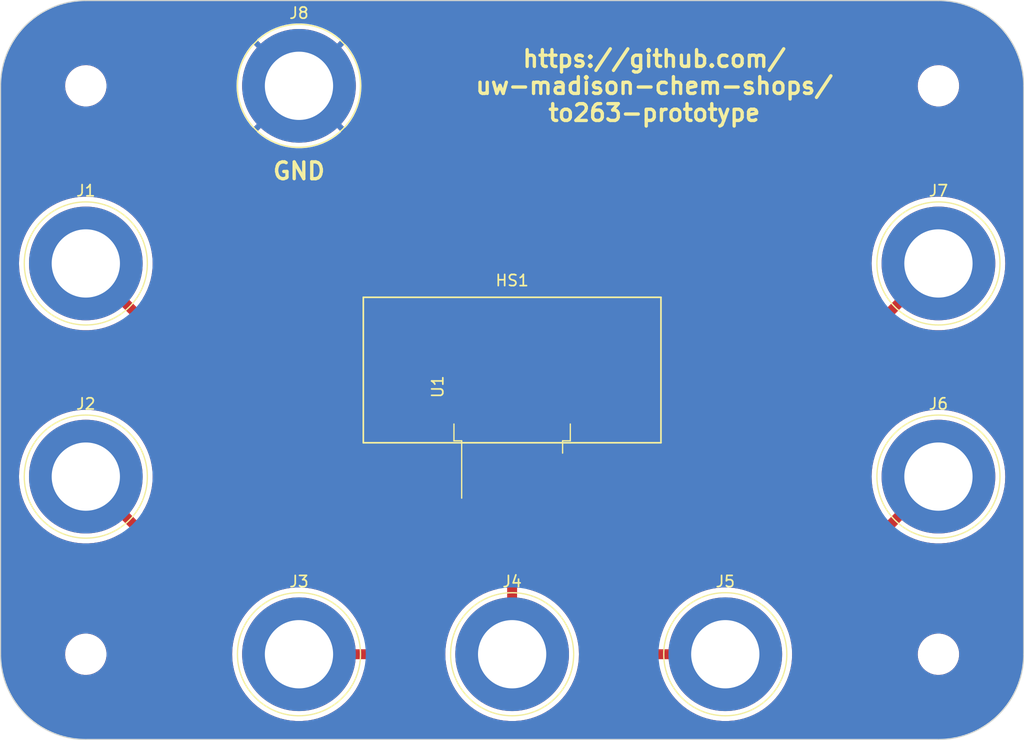
<source format=kicad_pcb>
(kicad_pcb (version 20221018) (generator pcbnew)
  (layers (0 "F.Cu" signal) (31 "B.Cu" signal) (34 "B.Paste" user) (35 "F.Paste" user) (36 "B.SilkS" user "B.Silkscreen") (37 "F.SilkS" user "F.Silkscreen") (38 "B.Mask" user) (39 "F.Mask" user) (44 "Edge.Cuts" user))
  (net 0 "")
  (net 1 "Net-(J1-Pin_1)")
  (net 2 "Net-(J2-Pin_1)")
  (net 3 "Net-(J3-Pin_1)")
  (net 4 "Net-(J4-Pin_1)")
  (net 5 "Net-(J5-Pin_1)")
  (net 6 "Net-(J6-Pin_1)")
  (net 7 "Net-(J7-Pin_1)")
  (net 8 "GND")
  (footprint "MountingHole:MountingHole_3.2mm_M3" (layer "F.Cu") (at 127 101.6)
    (fp_text reference "REF**" hide)
    (fp_text value "MountingHole_3.2mm_M3" hide)
    (pad "" np_thru_hole circle locked (at 0 0) (size 3.2 3.2) (drill 3.2) (layers "F&B.Cu" "*.Mask"))
  )
  (footprint "Connector:Banana_Jack_1Pin" (layer "F.Cu") (at 69.85 50.8)
    (fp_text reference "J8" (at 0 -6.5) (layer "F.SilkS"))
    (fp_text value "Conn_01x01")
    (fp_circle (center 0 0) (end 5.5 0) (stroke (width 0.12)) (fill none) (layer "F.SilkS"))
    (pad "1" thru_hole circle (at 0 0) (size 10.16 10.16) (drill 6.1) (layers "*.Cu" "*.Mask") (net 8 "GND"))
  )
  (footprint "MountingHole:MountingHole_3.2mm_M3" (layer "F.Cu") (at 50.8 101.6)
    (fp_text reference "REF**" hide)
    (fp_text value "MountingHole_3.2mm_M3" hide)
    (pad "" np_thru_hole circle locked (at 0 0) (size 3.2 3.2) (drill 3.2) (layers "F&B.Cu" "*.Mask"))
  )
  (footprint "MountingHole:MountingHole_3.2mm_M3" (layer "F.Cu") (at 50.8 50.8)
    (fp_text reference "REF**" hide)
    (fp_text value "MountingHole_3.2mm_M3" hide)
    (pad "" np_thru_hole circle locked (at 0 0) (size 3.2 3.2) (drill 3.2) (layers "*.Cu" "*.Mask"))
  )
  (footprint "Connector:Banana_Jack_1Pin" (layer "F.Cu") (at 88.9 101.6)
    (fp_text reference "J4" (at 0 -6.5) (layer "F.SilkS"))
    (fp_text value "Conn_01x01")
    (fp_circle (center 0 0) (end 5.5 0) (stroke (width 0.12)) (fill none) (layer "F.SilkS"))
    (pad "1" thru_hole circle (at 0 0) (size 10.16 10.16) (drill 6.1) (layers "*.Cu" "*.Mask") (net 4 "Net-(J4-Pin_1)"))
  )
  (footprint "Connector:Banana_Jack_1Pin" (layer "F.Cu") (at 50.8 66.675)
    (fp_text reference "J1" (at 0 -6.5) (layer "F.SilkS"))
    (fp_text value "Conn_01x01")
    (fp_circle (center 0 0) (end 5.5 0) (stroke (width 0.12)) (fill none) (layer "F.SilkS"))
    (pad "1" thru_hole circle (at 0 0) (size 10.16 10.16) (drill 6.1) (layers "*.Cu" "*.Mask") (net 1 "Net-(J1-Pin_1)"))
  )
  (footprint "Connector:Banana_Jack_1Pin" (layer "F.Cu") (at 69.85 101.6)
    (fp_text reference "J3" (at 0 -6.5) (layer "F.SilkS"))
    (fp_text value "Conn_01x01")
    (fp_circle (center 0 0) (end 5.5 0) (stroke (width 0.12)) (fill none) (layer "F.SilkS"))
    (pad "1" thru_hole circle (at 0 0) (size 10.16 10.16) (drill 6.1) (layers "*.Cu" "*.Mask") (net 3 "Net-(J3-Pin_1)"))
  )
  (footprint "Connector:Banana_Jack_1Pin" (layer "F.Cu") (at 127 85.725)
    (fp_text reference "J6" (at 0 -6.5) (layer "F.SilkS"))
    (fp_text value "Conn_01x01")
    (fp_circle (center 0 0) (end 5.5 0) (stroke (width 0.12)) (fill none) (layer "F.SilkS"))
    (pad "1" thru_hole circle (at 0 0) (size 10.16 10.16) (drill 6.1) (layers "*.Cu" "*.Mask") (net 6 "Net-(J6-Pin_1)"))
  )
  (footprint "Connector:Banana_Jack_1Pin" (layer "F.Cu") (at 107.95 101.6)
    (fp_text reference "J5" (at 0 -6.5) (layer "F.SilkS"))
    (fp_text value "Conn_01x01")
    (fp_circle (center 0 0) (end 5.5 0) (stroke (width 0.12)) (fill none) (layer "F.SilkS"))
    (pad "1" thru_hole circle (at 0 0) (size 10.16 10.16) (drill 6.1) (layers "*.Cu" "*.Mask") (net 5 "Net-(J5-Pin_1)"))
  )
  (footprint "Heatsink:Heatsink_AAVID_573300D00010G_TO-263" (layer "F.Cu") (at 88.9 76.2)
    (fp_text reference "HS1" (at 0 -8) (layer "F.SilkS"))
    (fp_text value "Heatsink_Pad")
    (fp_line (start -13.3 -6.5) (end 13.3 -6.5) (stroke (width 0.15)) (layer "F.SilkS"))
    (fp_line (start -13.3 6.5) (end -13.3 -6.5) (stroke (width 0.15)) (layer "F.SilkS"))
    (fp_line (start -13.3 6.5) (end 13.3 6.5) (stroke (width 0.15)) (layer "F.SilkS"))
    (fp_line (start 13.3 -6.5) (end 13.3 6.5) (stroke (width 0.15)) (layer "F.SilkS"))
    (pad "1" smd rect (at -6.92 0) (size 1.85 13.7) (layers "F.Cu" "F.Paste" "F.Mask") (net 4 "Net-(J4-Pin_1)"))
    (pad "1" smd rect (at 6.92 0) (size 1.85 13.7) (layers "F.Cu" "F.Paste" "F.Mask") (net 4 "Net-(J4-Pin_1)"))
  )
  (footprint "MountingHole:MountingHole_3.2mm_M3" (layer "F.Cu") (at 127 50.8)
    (fp_text reference "REF**" hide)
    (fp_text value "MountingHole_3.2mm_M3" hide)
    (pad "" np_thru_hole circle locked (at 0 0) (size 3.2 3.2) (drill 3.2) (layers "F&B.Cu" "*.Mask"))
  )
  (footprint "Connector:Banana_Jack_1Pin" (layer "F.Cu") (at 50.8 85.725)
    (fp_text reference "J2" (at 0 -6.5) (layer "F.SilkS"))
    (fp_text value "Conn_01x01")
    (fp_circle (center 0 0) (end 5.5 0) (stroke (width 0.12)) (fill none) (layer "F.SilkS"))
    (pad "1" thru_hole circle (at 0 0) (size 10.16 10.16) (drill 6.1) (layers "*.Cu" "*.Mask") (net 2 "Net-(J2-Pin_1)"))
  )
  (footprint "Connector:Banana_Jack_1Pin" (layer "F.Cu") (at 127 66.675)
    (fp_text reference "J7" (at 0 -6.5) (layer "F.SilkS"))
    (fp_text value "Conn_01x01")
    (fp_circle (center 0 0) (end 5.5 0) (stroke (width 0.12)) (fill none) (layer "F.SilkS"))
    (pad "1" thru_hole circle (at 0 0) (size 10.16 10.16) (drill 6.1) (layers "*.Cu" "*.Mask") (net 7 "Net-(J7-Pin_1)"))
  )
  (footprint "Package_TO_SOT_SMD:TO-263-7_TabPin4" (layer "F.Cu") (at 88.9 77.7 90)
    (fp_text reference "U1" (at 0 -6.65 90) (layer "F.SilkS"))
    (fp_text value "Conn_01x07")
    (fp_line (start -4.825 -5.2) (end -4.825 -4.51) (stroke (width 0.12)) (layer "F.SilkS"))
    (fp_line (start -4.825 -4.51) (end -9.95 -4.51) (stroke (width 0.12)) (layer "F.SilkS"))
    (fp_line (start -4.825 4.51) (end -5.925 4.51) (stroke (width 0.12)) (layer "F.SilkS"))
    (fp_line (start -4.825 5.2) (end -4.825 4.51) (stroke (width 0.12)) (layer "F.SilkS"))
    (fp_line (start -3.325 -5.2) (end -4.825 -5.2) (stroke (width 0.12)) (layer "F.SilkS"))
    (fp_line (start -3.325 5.2) (end -4.825 5.2) (stroke (width 0.12)) (layer "F.SilkS"))
    (pad "1" smd roundrect (at -7.65 -3.81 90) (size 4.6 0.8) (layers "F.Cu" "F.Paste" "F.Mask") (net 1 "Net-(J1-Pin_1)"))
    (pad "2" smd roundrect (at -7.65 -2.54 90) (size 4.6 0.8) (layers "F.Cu" "F.Paste" "F.Mask") (net 2 "Net-(J2-Pin_1)"))
    (pad "3" smd roundrect (at -7.65 -1.27 90) (size 4.6 0.8) (layers "F.Cu" "F.Paste" "F.Mask") (net 3 "Net-(J3-Pin_1)"))
    (pad "4" smd roundrect (at -7.65 0 90) (size 4.6 0.8) (layers "F.Cu" "F.Paste" "F.Mask") (net 4 "Net-(J4-Pin_1)"))
    (pad "4" smd roundrect (at -0.925 -2.775 90) (size 4.55 5.25) (layers "F.Cu" "F.Paste") (roundrect_rratio 0.05494505495) (net 4 "Net-(J4-Pin_1)"))
    (pad "4" smd roundrect (at -0.925 2.775 90) (size 4.55 5.25) (layers "F.Cu" "F.Paste") (roundrect_rratio 0.05494505495) (net 4 "Net-(J4-Pin_1)"))
    (pad "4" smd roundrect (at 1.5 0 90) (size 9.4 10.8) (layers "F.Cu" "F.Mask") (roundrect_rratio 0.02659595745) (net 4 "Net-(J4-Pin_1)"))
    (pad "4" smd roundrect (at 3.925 -2.775 90) (size 4.55 5.25) (layers "F.Cu" "F.Paste") (roundrect_rratio 0.05494505495) (net 4 "Net-(J4-Pin_1)"))
    (pad "4" smd roundrect (at 3.925 2.775 90) (size 4.55 5.25) (layers "F.Cu" "F.Paste") (roundrect_rratio 0.05494505495) (net 4 "Net-(J4-Pin_1)"))
    (pad "5" smd roundrect (at -7.65 1.27 90) (size 4.6 0.8) (layers "F.Cu" "F.Paste" "F.Mask") (net 5 "Net-(J5-Pin_1)"))
    (pad "6" smd roundrect (at -7.65 2.54 90) (size 4.6 0.8) (layers "F.Cu" "F.Paste" "F.Mask") (net 6 "Net-(J6-Pin_1)"))
    (pad "7" smd roundrect (at -7.65 3.81 90) (size 4.6 0.8) (layers "F.Cu" "F.Paste" "F.Mask") (net 7 "Net-(J7-Pin_1)"))
  )
  (gr_line (start 50.8 43.18) (end 127 43.18) (stroke (width 0.1)) (layer "Edge.Cuts"))
  (gr_arc (start 50.8 109.22) (mid 45.411846 106.988154) (end 43.18 101.6) (stroke (width 0.1)) (layer "Edge.Cuts"))
  (gr_line (start 134.62 50.8) (end 134.62 101.6) (stroke (width 0.1)) (layer "Edge.Cuts"))
  (gr_line (start 127 109.22) (end 50.8 109.22) (stroke (width 0.1)) (layer "Edge.Cuts"))
  (gr_line (start 43.18 101.6) (end 43.18 50.8) (stroke (width 0.1)) (layer "Edge.Cuts"))
  (gr_arc (start 134.62 101.6) (mid 132.388154 106.988154) (end 127 109.22) (stroke (width 0.1)) (layer "Edge.Cuts"))
  (gr_arc (start 127 43.18) (mid 132.388154 45.411846) (end 134.62 50.8) (stroke (width 0.1)) (layer "Edge.Cuts"))
  (gr_arc (start 43.18 50.8) (mid 45.411846 45.411846) (end 50.8 43.18) (stroke (width 0.1)) (layer "Edge.Cuts"))
  (gr_text "https://github.com/\nuw-madison-chem-shops/\nto263-prototype" (at 101.6 50.8) (layer "F.SilkS") (effects (font (size 1.5 1.5) (thickness 0.3) bold)))
  (gr_text "GND" (at 69.85 58.42) (layer "F.SilkS") (effects (font (size 1.5 1.5) (thickness 0.3) bold)))
  (segment (start 85.09 87.65) (end 83.84 88.9) (width 0.889) (layer "F.Cu") (net 1))
  (segment (start 73.025 88.9) (end 50.8 66.675) (width 0.889) (layer "F.Cu") (net 1))
  (segment (start 85.09 85.35) (end 85.09 87.65) (width 0.889) (layer "F.Cu") (net 1))
  (segment (start 83.84 88.9) (end 73.025 88.9) (width 0.889) (layer "F.Cu") (net 1))
  (segment (start 56.515 91.44) (end 50.8 85.725) (width 0.889) (layer "F.Cu") (net 2))
  (segment (start 83.82 91.44) (end 56.515 91.44) (width 0.889) (layer "F.Cu") (net 2))
  (segment (start 86.36 85.35) (end 86.36 88.9) (width 0.889) (layer "F.Cu") (net 2))
  (segment (start 86.36 88.9) (end 83.82 91.44) (width 0.889) (layer "F.Cu") (net 2))
  (segment (start 87.63 85.35) (end 87.63 90.17) (width 0.889) (layer "F.Cu") (net 3))
  (segment (start 87.63 90.17) (end 76.2 101.6) (width 0.889) (layer "F.Cu") (net 3))
  (segment (start 76.2 101.6) (end 69.85 101.6) (width 0.889) (layer "F.Cu") (net 3))
  (segment (start 88.9 85.35) (end 88.9 101.6) (width 0.889) (layer "F.Cu") (net 4))
  (segment (start 90.17 85.35) (end 90.17 90.17) (width 0.889) (layer "F.Cu") (net 5))
  (segment (start 101.6 101.6) (end 107.95 101.6) (width 0.889) (layer "F.Cu") (net 5))
  (segment (start 90.17 90.17) (end 101.6 101.6) (width 0.889) (layer "F.Cu") (net 5))
  (segment (start 121.285 91.44) (end 127 85.725) (width 0.889) (layer "F.Cu") (net 6))
  (segment (start 93.98 91.44) (end 121.285 91.44) (width 0.889) (layer "F.Cu") (net 6))
  (segment (start 91.44 88.9) (end 93.98 91.44) (width 0.889) (layer "F.Cu") (net 6))
  (segment (start 91.44 85.35) (end 91.44 88.9) (width 0.889) (layer "F.Cu") (net 6))
  (segment (start 104.775 88.9) (end 127 66.675) (width 0.889) (layer "F.Cu") (net 7))
  (segment (start 92.71 87.63) (end 93.98 88.9) (width 0.889) (layer "F.Cu") (net 7))
  (segment (start 92.71 85.35) (end 92.71 87.63) (width 0.889) (layer "F.Cu") (net 7))
  (segment (start 93.98 88.9) (end 104.775 88.9) (width 0.889) (layer "F.Cu") (net 7))
  (zone (net 8) (net_name "GND") (layer "F.Cu") (priority 1) (connect_pads (clearance 0.889)) (min_thickness 0.25) (fill yes (thermal_gap 0.889) (thermal_bridge_width 0.5))
    (polygon (pts (xy 43.18 43.18) (xy 134.62 43.18) (xy 134.62 109.22) (xy 43.18 109.22)))
  )
  (zone (net 4) (net_name "Net-(J4-Pin_1)") (layer "F.Cu") (connect_pads yes (clearance 0.5)) (min_thickness 0.25) (fill yes (thermal_gap 0) (thermal_bridge_width 0.5))
    (polygon (pts (xy 82.55 71.12) (xy 82.55 81.28) (xy 95.25 81.28) (xy 95.25 71.12)))
  )
  (zone (net 8) (net_name "GND") (layer "B.Cu") (priority 2) (connect_pads (clearance 0.889)) (min_thickness 0.25) (fill yes (thermal_gap 0.5) (thermal_bridge_width 0.5))
    (polygon (pts (xy 43.18 43.18) (xy 134.62 43.18) (xy 134.62 109.22) (xy 43.18 109.22)))
  )
)
</source>
